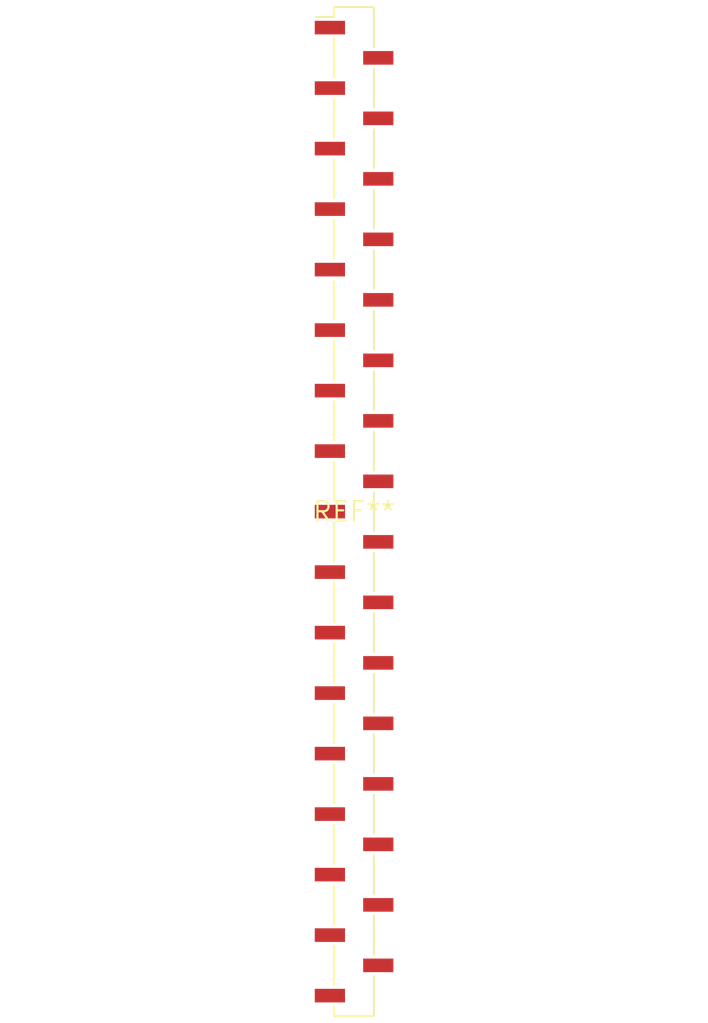
<source format=kicad_pcb>
(kicad_pcb (version 20240108) (generator pcbnew)
  (layers (0 "F.Cu" signal) (31 "B.Cu" signal) (34 "B.Paste" user) (35 "F.Paste" user) (36 "B.SilkS" user "B.Silkscreen") (37 "F.SilkS" user "F.Silkscreen") (38 "B.Mask" user) (39 "F.Mask" user) (44 "Edge.Cuts" user))
  (net 0 "")
  (footprint "PinSocket_1x33_P2.00mm_Vertical_SMD_Pin1Left" (layer "F.Cu") (at 0 0)
    (property "Reference" "REF**")
    (property "Value" "PinSocket_1x33_P2.00mm_Vertical_SMD_Pin1Left")
    (fp_line (start -2.54 -32.71) (end -1.31 -32.71) (layer "F.SilkS") (stroke (width 0.12)))
    (fp_line (start -1.31 -33.36) (end -1.31 -32.71) (layer "F.SilkS") (stroke (width 0.12)))
    (fp_line (start -1.31 -33.36) (end 1.31 -33.36) (layer "F.SilkS") (stroke (width 0.12)))
    (fp_line (start -1.31 -31.29) (end -1.31 -28.71) (layer "F.SilkS") (stroke (width 0.12)))
    (fp_line (start -1.31 -27.29) (end -1.31 -24.71) (layer "F.SilkS") (stroke (width 0.12)))
    (fp_line (start -1.31 -23.29) (end -1.31 -20.71) (layer "F.SilkS") (stroke (width 0.12)))
    (fp_line (start -1.31 -19.29) (end -1.31 -16.71) (layer "F.SilkS") (stroke (width 0.12)))
    (fp_line (start -1.31 -15.29) (end -1.31 -12.71) (layer "F.SilkS") (stroke (width 0.12)))
    (fp_line (start -1.31 -11.29) (end -1.31 -8.71) (layer "F.SilkS") (stroke (width 0.12)))
    (fp_line (start -1.31 -7.29) (end -1.31 -4.71) (layer "F.SilkS") (stroke (width 0.12)))
    (fp_line (start -1.31 -3.29) (end -1.31 -0.71) (layer "F.SilkS") (stroke (width 0.12)))
    (fp_line (start -1.31 0.71) (end -1.31 3.29) (layer "F.SilkS") (stroke (width 0.12)))
    (fp_line (start -1.31 4.71) (end -1.31 7.29) (layer "F.SilkS") (stroke (width 0.12)))
    (fp_line (start -1.31 8.71) (end -1.31 11.29) (layer "F.SilkS") (stroke (width 0.12)))
    (fp_line (start -1.31 12.71) (end -1.31 15.29) (layer "F.SilkS") (stroke (width 0.12)))
    (fp_line (start -1.31 16.71) (end -1.31 19.29) (layer "F.SilkS") (stroke (width 0.12)))
    (fp_line (start -1.31 20.71) (end -1.31 23.29) (layer "F.SilkS") (stroke (width 0.12)))
    (fp_line (start -1.31 24.71) (end -1.31 27.29) (layer "F.SilkS") (stroke (width 0.12)))
    (fp_line (start -1.31 28.71) (end -1.31 31.29) (layer "F.SilkS") (stroke (width 0.12)))
    (fp_line (start -1.31 32.71) (end -1.31 33.36) (layer "F.SilkS") (stroke (width 0.12)))
    (fp_line (start -1.31 33.36) (end 1.31 33.36) (layer "F.SilkS") (stroke (width 0.12)))
    (fp_line (start 1.31 -33.36) (end 1.31 -30.71) (layer "F.SilkS") (stroke (width 0.12)))
    (fp_line (start 1.31 -29.29) (end 1.31 -26.71) (layer "F.SilkS") (stroke (width 0.12)))
    (fp_line (start 1.31 -25.29) (end 1.31 -22.71) (layer "F.SilkS") (stroke (width 0.12)))
    (fp_line (start 1.31 -21.29) (end 1.31 -18.71) (layer "F.SilkS") (stroke (width 0.12)))
    (fp_line (start 1.31 -17.29) (end 1.31 -14.71) (layer "F.SilkS") (stroke (width 0.12)))
    (fp_line (start 1.31 -13.29) (end 1.31 -10.71) (layer "F.SilkS") (stroke (width 0.12)))
    (fp_line (start 1.31 -9.29) (end 1.31 -6.71) (layer "F.SilkS") (stroke (width 0.12)))
    (fp_line (start 1.31 -5.29) (end 1.31 -2.71) (layer "F.SilkS") (stroke (width 0.12)))
    (fp_line (start 1.31 -1.29) (end 1.31 1.29) (layer "F.SilkS") (stroke (width 0.12)))
    (fp_line (start 1.31 2.71) (end 1.31 5.29) (layer "F.SilkS") (stroke (width 0.12)))
    (fp_line (start 1.31 6.71) (end 1.31 9.29) (layer "F.SilkS") (stroke (width 0.12)))
    (fp_line (start 1.31 10.71) (end 1.31 13.29) (layer "F.SilkS") (stroke (width 0.12)))
    (fp_line (start 1.31 14.71) (end 1.31 17.29) (layer "F.SilkS") (stroke (width 0.12)))
    (fp_line (start 1.31 18.71) (end 1.31 21.29) (layer "F.SilkS") (stroke (width 0.12)))
    (fp_line (start 1.31 22.71) (end 1.31 25.29) (layer "F.SilkS") (stroke (width 0.12)))
    (fp_line (start 1.31 26.71) (end 1.31 29.29) (layer "F.SilkS") (stroke (width 0.12)))
    (fp_line (start 1.31 30.71) (end 1.31 33.36) (layer "F.SilkS") (stroke (width 0.12)))
    (pad "1" smd rect (at -1.6 -32) (size 2 0.9) (layers "F.Cu" "F.Paste" "F.Mask"))
    (pad "2" smd rect (at 1.6 -30) (size 2 0.9) (layers "F.Cu" "F.Paste" "F.Mask"))
    (pad "3" smd rect (at -1.6 -28) (size 2 0.9) (layers "F.Cu" "F.Paste" "F.Mask"))
    (pad "4" smd rect (at 1.6 -26) (size 2 0.9) (layers "F.Cu" "F.Paste" "F.Mask"))
    (pad "5" smd rect (at -1.6 -24) (size 2 0.9) (layers "F.Cu" "F.Paste" "F.Mask"))
    (pad "6" smd rect (at 1.6 -22) (size 2 0.9) (layers "F.Cu" "F.Paste" "F.Mask"))
    (pad "7" smd rect (at -1.6 -20) (size 2 0.9) (layers "F.Cu" "F.Paste" "F.Mask"))
    (pad "8" smd rect (at 1.6 -18) (size 2 0.9) (layers "F.Cu" "F.Paste" "F.Mask"))
    (pad "9" smd rect (at -1.6 -16) (size 2 0.9) (layers "F.Cu" "F.Paste" "F.Mask"))
    (pad "10" smd rect (at 1.6 -14) (size 2 0.9) (layers "F.Cu" "F.Paste" "F.Mask"))
    (pad "11" smd rect (at -1.6 -12) (size 2 0.9) (layers "F.Cu" "F.Paste" "F.Mask"))
    (pad "12" smd rect (at 1.6 -10) (size 2 0.9) (layers "F.Cu" "F.Paste" "F.Mask"))
    (pad "13" smd rect (at -1.6 -8) (size 2 0.9) (layers "F.Cu" "F.Paste" "F.Mask"))
    (pad "14" smd rect (at 1.6 -6) (size 2 0.9) (layers "F.Cu" "F.Paste" "F.Mask"))
    (pad "15" smd rect (at -1.6 -4) (size 2 0.9) (layers "F.Cu" "F.Paste" "F.Mask"))
    (pad "16" smd rect (at 1.6 -2) (size 2 0.9) (layers "F.Cu" "F.Paste" "F.Mask"))
    (pad "17" smd rect (at -1.6 0) (size 2 0.9) (layers "F.Cu" "F.Paste" "F.Mask"))
    (pad "18" smd rect (at 1.6 2) (size 2 0.9) (layers "F.Cu" "F.Paste" "F.Mask"))
    (pad "19" smd rect (at -1.6 4) (size 2 0.9) (layers "F.Cu" "F.Paste" "F.Mask"))
    (pad "20" smd rect (at 1.6 6) (size 2 0.9) (layers "F.Cu" "F.Paste" "F.Mask"))
    (pad "21" smd rect (at -1.6 8) (size 2 0.9) (layers "F.Cu" "F.Paste" "F.Mask"))
    (pad "22" smd rect (at 1.6 10) (size 2 0.9) (layers "F.Cu" "F.Paste" "F.Mask"))
    (pad "23" smd rect (at -1.6 12) (size 2 0.9) (layers "F.Cu" "F.Paste" "F.Mask"))
    (pad "24" smd rect (at 1.6 14) (size 2 0.9) (layers "F.Cu" "F.Paste" "F.Mask"))
    (pad "25" smd rect (at -1.6 16) (size 2 0.9) (layers "F.Cu" "F.Paste" "F.Mask"))
    (pad "26" smd rect (at 1.6 18) (size 2 0.9) (layers "F.Cu" "F.Paste" "F.Mask"))
    (pad "27" smd rect (at -1.6 20) (size 2 0.9) (layers "F.Cu" "F.Paste" "F.Mask"))
    (pad "28" smd rect (at 1.6 22) (size 2 0.9) (layers "F.Cu" "F.Paste" "F.Mask"))
    (pad "29" smd rect (at -1.6 24) (size 2 0.9) (layers "F.Cu" "F.Paste" "F.Mask"))
    (pad "30" smd rect (at 1.6 26) (size 2 0.9) (layers "F.Cu" "F.Paste" "F.Mask"))
    (pad "31" smd rect (at -1.6 28) (size 2 0.9) (layers "F.Cu" "F.Paste" "F.Mask"))
    (pad "32" smd rect (at 1.6 30) (size 2 0.9) (layers "F.Cu" "F.Paste" "F.Mask"))
    (pad "33" smd rect (at -1.6 32) (size 2 0.9) (layers "F.Cu" "F.Paste" "F.Mask"))
  )
)
</source>
